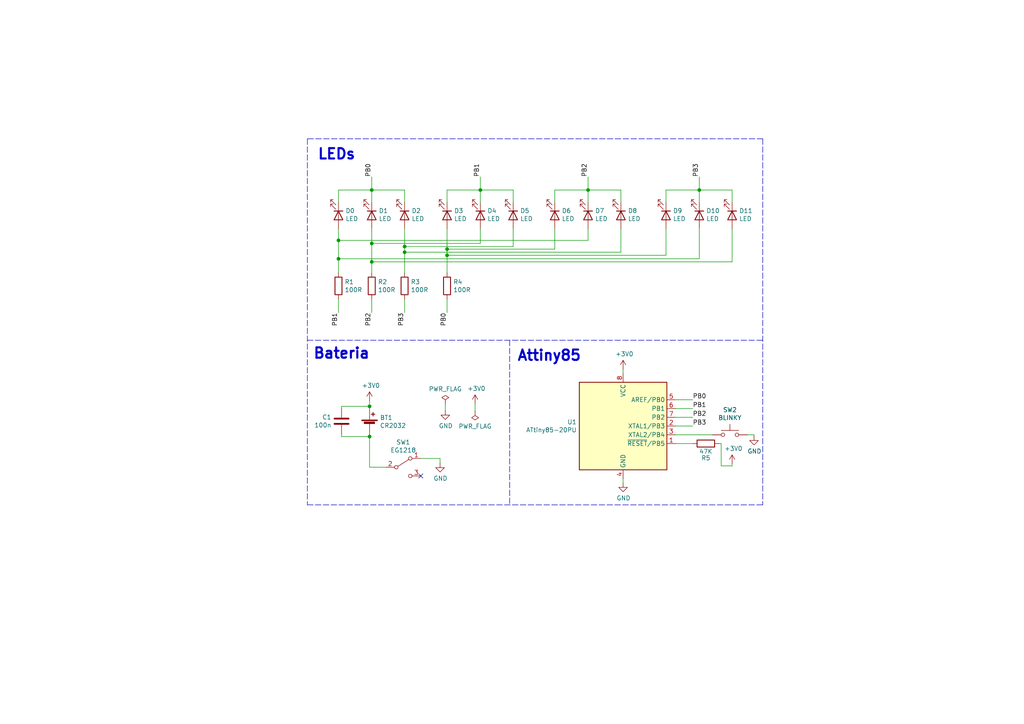
<source format=kicad_sch>
(kicad_sch (version 20211123) (generator eeschema)
  (paper "A4")
  (lib_symbols
    (symbol "Device:Battery_Cell" (pin_numbers hide) (pin_names (offset 0) hide)
      (property "Reference" "BT" (at 2.54 2.54 0))
      (property "Value" "Battery_Cell" (at 2.54 0 0))
      (symbol "Battery_Cell_0_1"
        (rectangle (start -2.286 1.778) (end 2.286 1.524) (fill (type outline)))
        (rectangle (start -1.5748 1.1938) (end 1.4732 0.6858) (fill (type outline)))
        (polyline (pts (xy 0 0.762) (xy 0 0)))
        (polyline (pts (xy 0 1.778) (xy 0 2.54)))
        (polyline (pts (xy 0.508 3.429) (xy 1.524 3.429)) (stroke (width 0.254)))
        (polyline (pts (xy 1.016 3.937) (xy 1.016 2.921)) (stroke (width 0.254)))
      )
      (symbol "Battery_Cell_1_1"
        (pin passive line (at 0 5.08 270) (length 2.54) (name "+") (number "1"))
        (pin passive line (at 0 -2.54 90) (length 2.54) (name "-") (number "2"))
      )
    )
    (symbol "Device:C" (pin_numbers hide) (pin_names (offset 0.254))
      (property "Reference" "C" (at 0.635 2.54 0))
      (property "Value" "C" (at 0.635 -2.54 0))
      (symbol "C_0_1"
        (polyline (pts (xy -2.032 -0.762) (xy 2.032 -0.762)) (stroke (width 0.508)))
        (polyline (pts (xy -2.032 0.762) (xy 2.032 0.762)) (stroke (width 0.508)))
      )
      (symbol "C_1_1"
        (pin passive line (at 0 3.81 270) (length 2.794) (name "~") (number "1"))
        (pin passive line (at 0 -3.81 90) (length 2.794) (name "~") (number "2"))
      )
    )
    (symbol "Device:LED" (pin_numbers hide) (pin_names (offset 1.016) hide)
      (property "Reference" "D" (at 0 2.54 0))
      (property "Value" "LED" (at 0 -2.54 0))
      (symbol "LED_0_1"
        (polyline (pts (xy -1.27 -1.27) (xy -1.27 1.27)) (stroke (width 0.254)))
        (polyline (pts (xy -1.27 0) (xy 1.27 0)))
        (polyline (pts (xy 1.27 -1.27) (xy 1.27 1.27) (xy -1.27 0) (xy 1.27 -1.27)) (stroke (width 0.254)))
        (polyline (pts (xy -3.048 -0.762) (xy -4.572 -2.286) (xy -3.81 -2.286) (xy -4.572 -2.286) (xy -4.572 -1.524)))
        (polyline (pts (xy -1.778 -0.762) (xy -3.302 -2.286) (xy -2.54 -2.286) (xy -3.302 -2.286) (xy -3.302 -1.524)))
      )
      (symbol "LED_1_1"
        (pin passive line (at -3.81 0 0) (length 2.54) (name "K") (number "1"))
        (pin passive line (at 3.81 0 180) (length 2.54) (name "A") (number "2"))
      )
    )
    (symbol "Device:R" (pin_numbers hide) (pin_names (offset 0))
      (property "Reference" "R" (at 2.032 0 90))
      (property "Value" "R" (at 0 0 90))
      (symbol "R_0_1"
        (rectangle (start -1.016 -2.54) (end 1.016 2.54) (stroke (width 0.254)))
      )
      (symbol "R_1_1"
        (pin passive line (at 0 3.81 270) (length 1.27) (name "~") (number "1"))
        (pin passive line (at 0 -3.81 90) (length 1.27) (name "~") (number "2"))
      )
    )
    (symbol "MCU_Microchip_ATtiny:ATtiny85-20PU"
      (property "Reference" "U" (at -12.7 13.97 0))
      (property "Value" "MCU_Microchip_ATtiny_ATtiny85-20PU" (at 2.54 -13.97 0))
      (symbol "ATtiny85-20PU_0_1"
        (rectangle (start -12.7 -12.7) (end 12.7 12.7) (stroke (width 0.254)) (fill (type background)))
      )
      (symbol "ATtiny85-20PU_1_1"
        (pin bidirectional line (at 15.24 -5.08 180) (length 2.54) (name "~{RESET}/PB5") (number "1"))
        (pin bidirectional line (at 15.24 0 180) (length 2.54) (name "XTAL1/PB3") (number "2"))
        (pin bidirectional line (at 15.24 -2.54 180) (length 2.54) (name "XTAL2/PB4") (number "3"))
        (pin power_in line (at 0 -15.24 90) (length 2.54) (name "GND") (number "4"))
        (pin bidirectional line (at 15.24 7.62 180) (length 2.54) (name "AREF/PB0") (number "5"))
        (pin bidirectional line (at 15.24 5.08 180) (length 2.54) (name "PB1") (number "6"))
        (pin bidirectional line (at 15.24 2.54 180) (length 2.54) (name "PB2") (number "7"))
        (pin power_in line (at 0 15.24 270) (length 2.54) (name "VCC") (number "8"))
      )
    )
    (symbol "Switch:SW_Push" (pin_numbers hide) (pin_names (offset 1.016) hide)
      (property "Reference" "SW" (at 1.27 2.54 0))
      (property "Value" "SW_Push" (at 0 -1.524 0))
      (symbol "SW_Push_0_1"
        (circle (center -2.032 0) (radius 0.508))
        (polyline (pts (xy 0 1.27) (xy 0 3.048)))
        (polyline (pts (xy 2.54 1.27) (xy -2.54 1.27)))
        (circle (center 2.032 0) (radius 0.508))
        (pin passive line (at -5.08 0 0) (length 2.54) (name "1") (number "1"))
        (pin passive line (at 5.08 0 180) (length 2.54) (name "2") (number "2"))
      )
    )
    (symbol "Switch:SW_SPDT" (pin_names (offset 0) hide)
      (property "Reference" "SW" (at 0 4.318 0))
      (property "Value" "SW_SPDT" (at 0 -5.08 0))
      (symbol "SW_SPDT_0_0"
        (circle (center -2.032 0) (radius 0.508))
        (circle (center 2.032 -2.54) (radius 0.508))
      )
      (symbol "SW_SPDT_0_1"
        (polyline (pts (xy -1.524 0.254) (xy 1.651 2.286)))
        (circle (center 2.032 2.54) (radius 0.508))
      )
      (symbol "SW_SPDT_1_1"
        (pin passive line (at 5.08 2.54 180) (length 2.54) (name "A") (number "1"))
        (pin passive line (at -5.08 0 0) (length 2.54) (name "B") (number "2"))
        (pin passive line (at 5.08 -2.54 180) (length 2.54) (name "C") (number "3"))
      )
    )
    (symbol "power:+3V0" (power) (pin_names (offset 0))
      (property "Value" "+3V0" (at 0 3.556 0))
      (symbol "+3V0_0_1"
        (polyline (pts (xy -0.762 1.27) (xy 0 2.54)))
        (polyline (pts (xy 0 0) (xy 0 2.54)))
        (polyline (pts (xy 0 2.54) (xy 0.762 1.27)))
      )
      (symbol "+3V0_1_1"
        (pin power_in line (at 0 0 90) (length 0) hide (name "+3V0") (number "1"))
      )
    )
    (symbol "power:GND" (power) (pin_names (offset 0))
      (property "Value" "GND" (at 0 -3.81 0))
      (symbol "GND_0_1"
        (polyline (pts (xy 0 0) (xy 0 -1.27) (xy 1.27 -1.27) (xy 0 -2.54) (xy -1.27 -1.27) (xy 0 -1.27)))
      )
      (symbol "GND_1_1"
        (pin power_in line (at 0 0 270) (length 0) hide (name "GND") (number "1"))
      )
    )
    (symbol "power:PWR_FLAG" (power) (pin_numbers hide) (pin_names (offset 0) hide)
      (property "Value" "PWR_FLAG" (at 0 3.81 0))
      (symbol "PWR_FLAG_0_0"
        (pin power_out line (at 0 0 90) (length 0) (name "pwr") (number "1"))
      )
      (symbol "PWR_FLAG_0_1"
        (polyline (pts (xy 0 0) (xy 0 1.27) (xy -1.016 1.905) (xy 0 2.54) (xy 1.016 1.905) (xy 0 1.27)))
      )
    )
  )
  (junction (at 129.667 72.263))
  (junction (at 107.188 117.856))
  (junction (at 107.823 75.946))
  (junction (at 117.348 71.501))
  (junction (at 98.171 69.723))
  (junction (at 170.561 55.118))
  (junction (at 202.819 55.118))
  (junction (at 139.319 55.118))
  (junction (at 129.667 74.041))
  (junction (at 107.188 126.619))
  (junction (at 98.171 75.057))
  (junction (at 107.823 55.118))
  (junction (at 117.348 73.152))
  (junction (at 107.823 70.612))
  (no_connect (at 122.047 138.049))
  (wire (pts (xy 117.348 86.741) (xy 117.348 90.678)))
  (wire (pts (xy 139.319 66.294) (xy 139.319 70.612)))
  (wire (pts (xy 195.961 128.651) (xy 200.914 128.651)))
  (wire (pts (xy 202.819 55.118) (xy 212.344 55.118)))
  (wire (pts (xy 129.159 117.221) (xy 129.159 119.126)))
  (polyline (pts (xy 221.234 40.259) (xy 221.234 146.431)))
  (wire (pts (xy 139.319 55.118) (xy 139.319 51.308)))
  (wire (pts (xy 129.667 58.674) (xy 129.667 55.118)))
  (wire (pts (xy 107.188 117.856) (xy 107.188 118.491)))
  (wire (pts (xy 129.667 74.041) (xy 193.167 74.041)))
  (wire (pts (xy 117.348 71.501) (xy 148.844 71.501)))
  (wire (pts (xy 107.823 55.118) (xy 117.348 55.118)))
  (wire (pts (xy 117.348 79.121) (xy 117.348 73.152)))
  (wire (pts (xy 99.06 125.984) (xy 99.06 126.619)))
  (wire (pts (xy 107.823 86.741) (xy 107.823 90.678)))
  (wire (pts (xy 160.909 66.294) (xy 160.909 72.263)))
  (wire (pts (xy 180.086 55.118) (xy 180.086 58.674)))
  (wire (pts (xy 193.167 55.118) (xy 202.819 55.118)))
  (wire (pts (xy 107.188 135.509) (xy 111.887 135.509)))
  (wire (pts (xy 170.561 66.294) (xy 170.561 69.723)))
  (polyline (pts (xy 147.828 98.679) (xy 147.828 146.431)))
  (wire (pts (xy 129.667 72.263) (xy 160.909 72.263)))
  (wire (pts (xy 107.823 58.674) (xy 107.823 55.118)))
  (wire (pts (xy 129.667 66.294) (xy 129.667 72.263)))
  (wire (pts (xy 98.171 75.057) (xy 98.171 69.723)))
  (wire (pts (xy 129.667 55.118) (xy 139.319 55.118)))
  (wire (pts (xy 202.819 55.118) (xy 202.819 51.308)))
  (wire (pts (xy 107.188 116.205) (xy 107.188 117.856)))
  (wire (pts (xy 202.819 58.674) (xy 202.819 55.118)))
  (wire (pts (xy 127.635 132.969) (xy 127.635 134.366)))
  (wire (pts (xy 98.171 66.294) (xy 98.171 69.723)))
  (polyline (pts (xy 221.234 40.259) (xy 89.154 40.259)))
  (wire (pts (xy 195.961 121.031) (xy 200.914 121.031)))
  (wire (pts (xy 117.348 73.152) (xy 180.086 73.152)))
  (wire (pts (xy 209.169 135.128) (xy 212.344 135.128)))
  (wire (pts (xy 193.167 58.674) (xy 193.167 55.118)))
  (wire (pts (xy 98.171 55.118) (xy 107.823 55.118)))
  (wire (pts (xy 170.561 55.118) (xy 180.086 55.118)))
  (polyline (pts (xy 89.154 98.679) (xy 221.234 98.679)))
  (wire (pts (xy 117.348 66.294) (xy 117.348 71.501)))
  (wire (pts (xy 107.188 126.111) (xy 107.188 126.619)))
  (wire (pts (xy 99.06 118.364) (xy 99.06 117.856)))
  (wire (pts (xy 139.319 55.118) (xy 148.844 55.118)))
  (wire (pts (xy 117.348 55.118) (xy 117.348 58.674)))
  (wire (pts (xy 180.721 107.061) (xy 180.721 108.331)))
  (wire (pts (xy 117.348 71.501) (xy 117.348 73.152)))
  (wire (pts (xy 212.344 55.118) (xy 212.344 58.674)))
  (wire (pts (xy 107.188 126.619) (xy 107.188 135.509)))
  (wire (pts (xy 193.167 66.294) (xy 193.167 74.041)))
  (wire (pts (xy 216.789 126.111) (xy 218.694 126.111)))
  (wire (pts (xy 170.561 55.118) (xy 170.561 51.308)))
  (wire (pts (xy 202.819 66.294) (xy 202.819 75.057)))
  (wire (pts (xy 195.961 126.111) (xy 206.629 126.111)))
  (polyline (pts (xy 89.154 40.259) (xy 89.154 146.431)))
  (wire (pts (xy 180.086 66.294) (xy 180.086 73.152)))
  (wire (pts (xy 195.961 123.571) (xy 200.914 123.571)))
  (wire (pts (xy 139.319 70.612) (xy 107.823 70.612)))
  (wire (pts (xy 202.819 75.057) (xy 98.171 75.057)))
  (wire (pts (xy 137.795 117.094) (xy 137.795 119.253)))
  (wire (pts (xy 160.909 55.118) (xy 170.561 55.118)))
  (polyline (pts (xy 89.154 146.431) (xy 221.234 146.431)))
  (wire (pts (xy 195.961 115.951) (xy 200.914 115.951)))
  (wire (pts (xy 129.667 72.263) (xy 129.667 74.041)))
  (wire (pts (xy 160.909 58.674) (xy 160.909 55.118)))
  (wire (pts (xy 98.171 79.121) (xy 98.171 75.057)))
  (wire (pts (xy 208.534 128.651) (xy 209.169 128.651)))
  (wire (pts (xy 212.344 135.128) (xy 212.344 134.493)))
  (wire (pts (xy 170.561 69.723) (xy 98.171 69.723)))
  (wire (pts (xy 107.823 75.946) (xy 107.823 70.612)))
  (wire (pts (xy 107.823 66.294) (xy 107.823 70.612)))
  (wire (pts (xy 148.844 66.294) (xy 148.844 71.501)))
  (wire (pts (xy 129.667 79.121) (xy 129.667 74.041)))
  (wire (pts (xy 180.721 138.811) (xy 180.721 140.081)))
  (wire (pts (xy 99.06 126.619) (xy 107.188 126.619)))
  (wire (pts (xy 107.823 79.121) (xy 107.823 75.946)))
  (wire (pts (xy 218.694 126.111) (xy 218.694 126.492)))
  (wire (pts (xy 122.047 132.969) (xy 127.635 132.969)))
  (wire (pts (xy 195.961 118.491) (xy 200.914 118.491)))
  (wire (pts (xy 107.823 55.118) (xy 107.823 51.308)))
  (wire (pts (xy 212.344 75.946) (xy 107.823 75.946)))
  (wire (pts (xy 99.06 117.856) (xy 107.188 117.856)))
  (wire (pts (xy 170.561 58.674) (xy 170.561 55.118)))
  (wire (pts (xy 212.344 66.294) (xy 212.344 75.946)))
  (wire (pts (xy 98.171 58.674) (xy 98.171 55.118)))
  (wire (pts (xy 129.667 86.741) (xy 129.667 90.678)))
  (wire (pts (xy 98.171 86.741) (xy 98.171 90.678)))
  (wire (pts (xy 209.169 128.651) (xy 209.169 135.128)))
  (wire (pts (xy 148.844 55.118) (xy 148.844 58.674)))
  (wire (pts (xy 139.319 58.674) (xy 139.319 55.118)))
  (text "LEDs" (at 91.948 46.609 0) (effects (font (size 2.9972 2.9972) (thickness 0.5994) bold) (justify left bottom)))
  (text "Bateria" (at 90.678 104.394 0) (effects (font (size 2.9972 2.9972) (thickness 0.5994) bold) (justify left bottom)))
  (text "Attiny85" (at 149.86 105.029 0) (effects (font (size 2.9972 2.9972) (thickness 0.5994) bold) (justify left bottom)))
  (label "PB2" (at 170.561 51.308 90))
  (label "PB0" (at 200.914 115.951 0))
  (label "PB1" (at 200.914 118.491 0))
  (label "PB0" (at 129.667 90.678 270))
  (label "PB1" (at 139.319 51.308 90))
  (label "PB0" (at 107.823 51.308 90))
  (label "PB1" (at 98.171 90.678 270))
  (label "PB3" (at 117.348 90.678 270))
  (label "PB2" (at 107.823 90.678 270))
  (label "PB3" (at 200.914 123.571 0))
  (label "PB3" (at 202.819 51.308 90))
  (label "PB2" (at 200.914 121.031 0))
  (symbol (lib_id "Device:Battery_Cell") (at 107.188 123.571 0) (unit 1)
    (property "Reference" "BT1" (at 110.1852 121.1326 0) (effects (justify left)))
    (property "Value" "CR2032" (at 110.1852 123.444 0) (effects (justify left)))
    (property "Footprint" "Corazon:Batteriehalter_CR2032" (effects hide))
  )
  (symbol (lib_id "Device:C") (at 99.06 122.174 0) (mirror x) (unit 1)
    (property "Reference" "C1" (at 96.139 121.0056 0) (effects (justify right)))
    (property "Value" "100n" (at 96.139 123.317 0) (effects (justify right)))
    (property "Footprint" "Capacitor_SMD:C_0805_2012Metric_Pad1.15x1.40mm_HandSolder" (effects hide))
  )
  (symbol (lib_id "Switch:SW_SPDT") (at 116.967 135.509 0) (unit 1)
    (property "Reference" "SW1" (at 116.967 128.27 0))
    (property "Value" "EG1218" (at 116.967 130.5814 0))
    (property "Footprint" "Corazon:3Pin_Sensor_SMD" (effects hide))
  )
  (symbol (lib_id "MCU_Microchip_ATtiny:ATtiny85-20PU") (at 180.721 123.571 0) (unit 1)
    (property "Reference" "U1" (at 167.2844 122.4026 0) (effects (justify right)))
    (property "Value" "ATtiny85-20PU" (at 167.2844 124.714 0) (effects (justify right)))
    (property "Footprint" "Package_DIP:DIP-8_W7.62mm_Socket" (effects hide))
    (property "Datasheet" "http://ww1.microchip.com/downloads/en/DeviceDoc/atmel-2586-avr-8-bit-microcontroller-attiny25-attiny45-attiny85_datasheet.pdf" (effects hide))
  )
  (symbol (lib_id "Device:R") (at 98.171 82.931 0) (unit 1)
    (property "Reference" "R1" (at 99.949 81.7626 0) (effects (justify left)))
    (property "Value" "100R" (at 99.949 84.074 0) (effects (justify left)))
    (property "Footprint" "Resistor_SMD:R_0805_2012Metric_Pad1.15x1.40mm_HandSolder" (effects hide))
  )
  (symbol (lib_id "Device:R") (at 107.823 82.931 0) (unit 1)
    (property "Reference" "R2" (at 109.601 81.7626 0) (effects (justify left)))
    (property "Value" "100R" (at 109.601 84.074 0) (effects (justify left)))
    (property "Footprint" "Resistor_SMD:R_0805_2012Metric_Pad1.15x1.40mm_HandSolder" (effects hide))
  )
  (symbol (lib_id "Device:R") (at 117.348 82.931 0) (unit 1)
    (property "Reference" "R3" (at 119.126 81.7626 0) (effects (justify left)))
    (property "Value" "100R" (at 119.126 84.074 0) (effects (justify left)))
    (property "Footprint" "Resistor_SMD:R_0805_2012Metric_Pad1.15x1.40mm_HandSolder" (effects hide))
  )
  (symbol (lib_id "Device:R") (at 129.667 82.931 0) (unit 1)
    (property "Reference" "R4" (at 131.445 81.7626 0) (effects (justify left)))
    (property "Value" "100R" (at 131.445 84.074 0) (effects (justify left)))
    (property "Footprint" "Resistor_SMD:R_0805_2012Metric_Pad1.15x1.40mm_HandSolder" (effects hide))
  )
  (symbol (lib_id "Device:LED") (at 98.171 62.484 270) (unit 1)
    (property "Reference" "D0" (at 100.203 61.1378 90) (effects (justify left)))
    (property "Value" "LED" (at 100.203 63.4492 90) (effects (justify left)))
    (property "Footprint" "LED_THT:LED_D5.0mm" (effects hide))
  )
  (symbol (lib_id "Device:LED") (at 107.823 62.484 270) (unit 1)
    (property "Reference" "D1" (at 109.855 61.1378 90) (effects (justify left)))
    (property "Value" "LED" (at 109.855 63.4492 90) (effects (justify left)))
    (property "Footprint" "LED_THT:LED_D5.0mm" (effects hide))
  )
  (symbol (lib_id "Device:LED") (at 117.348 62.484 270) (unit 1)
    (property "Reference" "D2" (at 119.38 61.1378 90) (effects (justify left)))
    (property "Value" "LED" (at 119.38 63.4492 90) (effects (justify left)))
    (property "Footprint" "LED_THT:LED_D5.0mm" (effects hide))
  )
  (symbol (lib_id "Device:LED") (at 129.667 62.484 270) (unit 1)
    (property "Reference" "D3" (at 131.699 61.1378 90) (effects (justify left)))
    (property "Value" "LED" (at 131.699 63.4492 90) (effects (justify left)))
    (property "Footprint" "LED_THT:LED_D5.0mm" (effects hide))
  )
  (symbol (lib_id "Device:LED") (at 139.319 62.484 270) (unit 1)
    (property "Reference" "D4" (at 141.351 61.1378 90) (effects (justify left)))
    (property "Value" "LED" (at 141.351 63.4492 90) (effects (justify left)))
    (property "Footprint" "LED_THT:LED_D5.0mm" (effects hide))
  )
  (symbol (lib_id "Device:LED") (at 148.844 62.484 270) (unit 1)
    (property "Reference" "D5" (at 150.876 61.1378 90) (effects (justify left)))
    (property "Value" "LED" (at 150.876 63.4492 90) (effects (justify left)))
    (property "Footprint" "LED_THT:LED_D5.0mm" (effects hide))
  )
  (symbol (lib_id "Device:LED") (at 160.909 62.484 270) (unit 1)
    (property "Reference" "D6" (at 162.941 61.1378 90) (effects (justify left)))
    (property "Value" "LED" (at 162.941 63.4492 90) (effects (justify left)))
    (property "Footprint" "LED_THT:LED_D5.0mm" (effects hide))
  )
  (symbol (lib_id "Device:LED") (at 170.561 62.484 270) (unit 1)
    (property "Reference" "D7" (at 172.593 61.1378 90) (effects (justify left)))
    (property "Value" "LED" (at 172.593 63.4492 90) (effects (justify left)))
    (property "Footprint" "LED_THT:LED_D5.0mm" (effects hide))
  )
  (symbol (lib_id "Device:LED") (at 180.086 62.484 270) (unit 1)
    (property "Reference" "D8" (at 182.118 61.1378 90) (effects (justify left)))
    (property "Value" "LED" (at 182.118 63.4492 90) (effects (justify left)))
    (property "Footprint" "LED_THT:LED_D5.0mm" (effects hide))
  )
  (symbol (lib_id "Device:LED") (at 193.167 62.484 270) (unit 1)
    (property "Reference" "D9" (at 195.199 61.1378 90) (effects (justify left)))
    (property "Value" "LED" (at 195.199 63.4492 90) (effects (justify left)))
    (property "Footprint" "LED_THT:LED_D5.0mm" (effects hide))
  )
  (symbol (lib_id "Device:LED") (at 202.819 62.484 270) (unit 1)
    (property "Reference" "D10" (at 204.851 61.1378 90) (effects (justify left)))
    (property "Value" "LED" (at 204.851 63.4492 90) (effects (justify left)))
    (property "Footprint" "LED_THT:LED_D5.0mm" (effects hide))
  )
  (symbol (lib_id "Device:LED") (at 212.344 62.484 270) (unit 1)
    (property "Reference" "D11" (at 214.376 61.1378 90) (effects (justify left)))
    (property "Value" "LED" (at 214.376 63.4492 90) (effects (justify left)))
    (property "Footprint" "LED_THT:LED_D5.0mm" (effects hide))
  )
  (symbol (lib_id "Switch:SW_Push") (at 211.709 126.111 0) (unit 1)
    (property "Reference" "SW2" (at 211.709 118.872 0))
    (property "Value" "BLINKY" (at 211.709 121.1834 0))
    (property "Footprint" "Corazon:Taster_SMD_eBay4,5x3mm" (effects hide))
  )
  (symbol (lib_id "Device:R") (at 204.724 128.651 90) (unit 1)
    (property "Reference" "R5" (at 204.724 132.842 90))
    (property "Value" "47K" (at 204.724 130.937 90))
    (property "Footprint" "Resistor_SMD:R_0805_2012Metric_Pad1.15x1.40mm_HandSolder" (effects hide))
  )
  (symbol (lib_id "power:+3V0") (at 180.721 107.061 0) (unit 1)
    (property "Reference" "#PWR03" (effects hide))
    (property "Value" "+3V0" (at 181.102 102.6668 0))
  )
  (symbol (lib_id "power:GND") (at 180.721 140.081 0) (unit 1)
    (property "Reference" "#PWR04" (effects hide))
    (property "Value" "GND" (at 180.848 144.4752 0))
  )
  (symbol (lib_id "power:GND") (at 218.694 126.492 0) (unit 1)
    (property "Reference" "#PWR06" (effects hide))
    (property "Value" "GND" (at 218.821 130.8862 0))
  )
  (symbol (lib_id "power:+3V0") (at 212.344 134.493 0) (unit 1)
    (property "Reference" "#PWR05" (effects hide))
    (property "Value" "+3V0" (at 212.725 130.0988 0))
  )
  (symbol (lib_id "power:+3V0") (at 107.188 116.205 0) (unit 1)
    (property "Reference" "#PWR01" (effects hide))
    (property "Value" "+3V0" (at 107.569 111.8108 0))
  )
  (symbol (lib_id "power:GND") (at 127.635 134.366 0) (unit 1)
    (property "Reference" "#PWR02" (effects hide))
    (property "Value" "GND" (at 127.762 138.7602 0))
  )
  (symbol (lib_id "power:PWR_FLAG") (at 129.159 117.221 0) (unit 1)
    (property "Reference" "#FLG0101" (effects hide))
    (property "Value" "PWR_FLAG" (at 129.159 112.8268 0))
  )
  (symbol (lib_id "power:PWR_FLAG") (at 137.795 119.253 180) (unit 1)
    (property "Reference" "#FLG0102" (effects hide))
    (property "Value" "PWR_FLAG" (at 137.795 123.6472 0))
  )
  (symbol (lib_id "power:+3V0") (at 137.795 117.094 0) (unit 1)
    (property "Reference" "#PWR0101" (effects hide))
    (property "Value" "+3V0" (at 138.176 112.6998 0))
  )
  (symbol (lib_id "power:GND") (at 129.159 119.126 0) (unit 1)
    (property "Reference" "#PWR0102" (effects hide))
    (property "Value" "GND" (at 129.286 123.5202 0))
  )
)
</source>
